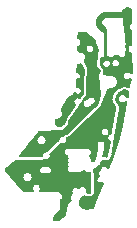
<source format=gbr>
G04 #@! TF.GenerationSoftware,KiCad,Pcbnew,7.0.10-7.0.10~ubuntu20.04.1*
G04 #@! TF.CreationDate,2024-01-02T22:15:02+00:00*
G04 #@! TF.ProjectId,yote,796f7465-2e6b-4696-9361-645f70636258,rev?*
G04 #@! TF.SameCoordinates,Original*
G04 #@! TF.FileFunction,Copper,L4,Inr*
G04 #@! TF.FilePolarity,Positive*
%FSLAX46Y46*%
G04 Gerber Fmt 4.6, Leading zero omitted, Abs format (unit mm)*
G04 Created by KiCad (PCBNEW 7.0.10-7.0.10~ubuntu20.04.1) date 2024-01-02 22:15:02*
%MOMM*%
%LPD*%
G01*
G04 APERTURE LIST*
G04 #@! TA.AperFunction,ComponentPad*
%ADD10C,1.000000*%
G04 #@! TD*
G04 #@! TA.AperFunction,ViaPad*
%ADD11C,0.300000*%
G04 #@! TD*
G04 #@! TA.AperFunction,ViaPad*
%ADD12C,0.500000*%
G04 #@! TD*
G04 #@! TA.AperFunction,Conductor*
%ADD13C,0.250000*%
G04 #@! TD*
G04 #@! TA.AperFunction,Conductor*
%ADD14C,0.500000*%
G04 #@! TD*
G04 #@! TA.AperFunction,Conductor*
%ADD15C,0.150000*%
G04 #@! TD*
G04 APERTURE END LIST*
D10*
X29820000Y36670000D03*
D11*
X27337428Y35276365D03*
X31775915Y41874085D03*
X30120000Y37520000D03*
D12*
X33260000Y52780000D03*
X30044500Y43320000D03*
D11*
X26192324Y37997353D03*
X31171290Y48571290D03*
D12*
X23480000Y39414500D03*
D11*
X31615934Y40554807D03*
X27946878Y37511099D03*
D12*
X29540000Y50690000D03*
X24790498Y40835000D03*
D11*
X31009501Y47822512D03*
X33045141Y45964859D03*
D12*
X27905500Y43454500D03*
D11*
X29170000Y48220000D03*
D13*
X27970000Y37930000D02*
X27970000Y39370000D01*
D14*
X30980000Y51700000D02*
X31390000Y51290000D01*
D13*
X31171290Y48571290D02*
X31171290Y48268710D01*
X27970000Y37930000D02*
X26259677Y37930000D01*
X30120000Y37520000D02*
X30120000Y37686940D01*
D14*
X25361683Y38420000D02*
X25176185Y38234502D01*
D13*
X31615934Y41714104D02*
X31775915Y41874085D01*
X28470000Y38770000D02*
X27970000Y39270000D01*
D14*
X28540000Y41680000D02*
X28540000Y41815500D01*
D13*
X27970000Y39370000D02*
X27970000Y41297033D01*
D15*
X31480000Y45360000D02*
X31480000Y44755500D01*
D13*
X28110000Y37790000D02*
X27970000Y37930000D01*
D14*
X31370000Y52520000D02*
X30980000Y52130000D01*
D13*
X31500000Y48900000D02*
X31171290Y48571290D01*
X30901503Y41958497D02*
X30044500Y42815500D01*
D14*
X26192324Y37997353D02*
X26192324Y38420000D01*
D13*
X28540000Y41680000D02*
X28370000Y41680000D01*
X27337428Y35276365D02*
X27346365Y35276365D01*
X31500000Y51180000D02*
X31500000Y48900000D01*
X31615934Y40554807D02*
X31615934Y41714104D01*
D15*
X32790000Y46670000D02*
X31480000Y45360000D01*
D13*
X27346365Y35276365D02*
X28110000Y36040000D01*
X31390000Y51290000D02*
X31500000Y51180000D01*
D14*
X31480000Y44755500D02*
X30044500Y43320000D01*
X25176185Y38234502D02*
X24659998Y38234502D01*
D15*
X32790000Y47940000D02*
X32790000Y46670000D01*
D13*
X28110000Y36040000D02*
X28110000Y37790000D01*
X31691503Y41958497D02*
X30901503Y41958497D01*
D14*
X33000000Y52520000D02*
X31370000Y52520000D01*
D13*
X33341757Y48491757D02*
X33341757Y52698243D01*
X29036940Y38770000D02*
X28470000Y38770000D01*
D14*
X30980000Y52130000D02*
X30980000Y51700000D01*
X28540000Y41815500D02*
X30044500Y43320000D01*
D13*
X31500000Y47940000D02*
X32790000Y47940000D01*
X31171290Y48268710D02*
X31500000Y47940000D01*
D14*
X26192324Y38420000D02*
X25361683Y38420000D01*
D13*
X33341757Y52698243D02*
X33260000Y52780000D01*
X31775915Y41874085D02*
X31691503Y41958497D01*
D14*
X33260000Y52780000D02*
X33000000Y52520000D01*
D13*
X27970000Y41297033D02*
X27987033Y41297033D01*
X31500000Y47940000D02*
X31530000Y47910000D01*
D14*
X30044500Y43320000D02*
X30020000Y43320000D01*
X24659998Y38234502D02*
X23480000Y39414500D01*
D13*
X30044500Y42815500D02*
X30044500Y43320000D01*
X32790000Y47940000D02*
X33341757Y48491757D01*
X26259677Y37930000D02*
X26192324Y37997353D01*
X27987033Y41297033D02*
X28370000Y41680000D01*
X27970000Y39270000D02*
X27970000Y39370000D01*
X30120000Y37686940D02*
X29036940Y38770000D01*
X28180000Y42505000D02*
X30795000Y45120000D01*
X30610000Y48222013D02*
X31009501Y47822512D01*
X30795000Y47608011D02*
X31009501Y47822512D01*
X25435000Y40835000D02*
X26084700Y41484700D01*
X26809700Y41484700D02*
X27830000Y42505000D01*
X29540000Y49710000D02*
X30610000Y48640000D01*
X24790498Y40835000D02*
X25435000Y40835000D01*
X26084700Y41484700D02*
X26809700Y41484700D01*
X27830000Y42505000D02*
X28180000Y42505000D01*
X29540000Y50690000D02*
X29540000Y49710000D01*
X30795000Y45120000D02*
X30795000Y47608011D01*
X30610000Y48640000D02*
X30610000Y48222013D01*
X30670000Y37220000D02*
X30390000Y36940000D01*
X31916474Y40166474D02*
X31916474Y40116474D01*
X32502272Y45655337D02*
X32502272Y45270117D01*
X31740000Y39940000D02*
X31310000Y39940000D01*
X33040000Y44732389D02*
X33040000Y44116812D01*
D15*
X30900000Y39494532D02*
X30900000Y39440000D01*
D13*
X33040000Y44116812D02*
X32818685Y43184310D01*
X30670000Y39300000D02*
X30670000Y37220000D01*
X32811794Y45964859D02*
X32502272Y45655337D01*
X30390000Y36940000D02*
X29700000Y36940000D01*
X31941776Y40191776D02*
X31916474Y40166474D01*
X31916474Y40116474D02*
X31740000Y39940000D01*
X31310000Y39940000D02*
X30670000Y39300000D01*
X32818685Y43184310D02*
X32470229Y41892134D01*
X33045141Y45964859D02*
X32811794Y45964859D01*
X32502272Y45270117D02*
X33040000Y44732389D01*
X32470229Y41892134D02*
X32082664Y40611071D01*
X32082664Y40611071D02*
X31941776Y40191776D01*
X29582484Y47807516D02*
X29582484Y45947643D01*
X28070000Y43619000D02*
X27905500Y43454500D01*
X29274841Y45640000D02*
X29013812Y45640000D01*
X29013812Y45640000D02*
X28070000Y44696188D01*
X29582484Y45947643D02*
X29274841Y45640000D01*
X29170000Y48220000D02*
X29582484Y47807516D01*
X28070000Y44696188D02*
X28070000Y43619000D01*
G04 #@! TA.AperFunction,Conductor*
G36*
X33423112Y49556985D02*
G01*
X33445698Y49531572D01*
X33508132Y49438132D01*
X33599262Y49377242D01*
X33599266Y49377240D01*
X33695409Y49358116D01*
X33757320Y49325731D01*
X33791894Y49265015D01*
X33795145Y49240724D01*
X33846295Y47740308D01*
X33845036Y47717965D01*
X33831195Y47624253D01*
X33801927Y47560809D01*
X33743004Y47523261D01*
X33673135Y47523529D01*
X33614502Y47561528D01*
X33605434Y47573465D01*
X33588624Y47598624D01*
X33497495Y47659515D01*
X33497490Y47659516D01*
X33390002Y47680897D01*
X33389998Y47680897D01*
X33282509Y47659516D01*
X33282508Y47659515D01*
X33282505Y47659515D01*
X33248537Y47636818D01*
X33191375Y47598624D01*
X33161972Y47554618D01*
X33130485Y47507495D01*
X33130485Y47507494D01*
X33130483Y47507490D01*
X33109103Y47400002D01*
X33109103Y47399997D01*
X33130483Y47292509D01*
X33130485Y47292505D01*
X33191375Y47201375D01*
X33282505Y47140485D01*
X33282509Y47140483D01*
X33389998Y47119103D01*
X33390000Y47119103D01*
X33390002Y47119103D01*
X33497490Y47140483D01*
X33497497Y47140486D01*
X33556064Y47179619D01*
X33622741Y47200497D01*
X33690121Y47182012D01*
X33736811Y47130033D01*
X33747987Y47061063D01*
X33747623Y47058400D01*
X33732552Y46956356D01*
X33731987Y46952870D01*
X33643683Y46453768D01*
X33612620Y46391183D01*
X33552652Y46355327D01*
X33488953Y46355739D01*
X33070000Y46470000D01*
X32731112Y46287522D01*
X32708730Y46279750D01*
X32708946Y46279159D01*
X32693720Y46273617D01*
X32676968Y46266678D01*
X32672106Y46264411D01*
X32641172Y46242750D01*
X32632050Y46236938D01*
X32621239Y46230697D01*
X32591726Y46213658D01*
X32583211Y46207883D01*
X32420000Y46120000D01*
X32420000Y46119999D01*
X32364449Y45990382D01*
X32338156Y45951547D01*
X32285990Y45899381D01*
X32278013Y45892071D01*
X32249079Y45867793D01*
X32230186Y45835071D01*
X32224376Y45825953D01*
X32202718Y45795021D01*
X32200469Y45790198D01*
X32193507Y45773392D01*
X32191683Y45768379D01*
X32185124Y45731189D01*
X32182784Y45720635D01*
X32173007Y45684146D01*
X32173007Y45684144D01*
X32176300Y45646518D01*
X32176772Y45635709D01*
X32176772Y45577920D01*
X32166746Y45529074D01*
X32119999Y45419999D01*
X32164520Y45318238D01*
X32174444Y45257730D01*
X32173007Y45241309D01*
X32182784Y45204820D01*
X32185124Y45194265D01*
X32191682Y45157077D01*
X32193501Y45152078D01*
X32200478Y45135234D01*
X32202718Y45130430D01*
X32224377Y45099498D01*
X32230186Y45090381D01*
X32233373Y45084862D01*
X32249078Y45057662D01*
X32249079Y45057660D01*
X32249081Y45057659D01*
X32273352Y45037292D01*
X32307245Y44992008D01*
X32454896Y44654522D01*
X32463733Y44585213D01*
X32463343Y44582914D01*
X32119998Y42669992D01*
X32096496Y42522264D01*
X32066523Y42459150D01*
X32007186Y42422260D01*
X31998236Y42420131D01*
X31958005Y42412129D01*
X31958004Y42412128D01*
X31958003Y42412128D01*
X31952765Y42408628D01*
X31886087Y42387752D01*
X31818707Y42406238D01*
X31772019Y42458219D01*
X31760844Y42527189D01*
X31762260Y42535924D01*
X31763279Y42541044D01*
X31776805Y42609048D01*
X31784660Y42648534D01*
X31784660Y42648537D01*
X31763279Y42756025D01*
X31763278Y42756025D01*
X31763278Y42756030D01*
X31702387Y42847159D01*
X31611258Y42908050D01*
X31611253Y42908051D01*
X31503765Y42929432D01*
X31503761Y42929432D01*
X31396272Y42908051D01*
X31396271Y42908050D01*
X31396268Y42908050D01*
X31341639Y42871548D01*
X31305138Y42847159D01*
X31279185Y42808317D01*
X31244248Y42756030D01*
X31244248Y42756029D01*
X31244246Y42756025D01*
X31222866Y42648537D01*
X31222866Y42648532D01*
X31244246Y42541044D01*
X31244248Y42541040D01*
X31305138Y42449910D01*
X31396268Y42389020D01*
X31396272Y42389018D01*
X31503761Y42367638D01*
X31503763Y42367638D01*
X31503765Y42367638D01*
X31611253Y42389018D01*
X31611261Y42389021D01*
X31616499Y42392521D01*
X31683177Y42413396D01*
X31750556Y42394909D01*
X31797244Y42342928D01*
X31808418Y42273957D01*
X31807002Y42265225D01*
X31784603Y42152616D01*
X31784603Y42152611D01*
X31805983Y42045123D01*
X31805985Y42045119D01*
X31866875Y41953990D01*
X31926663Y41914041D01*
X31971467Y41860428D01*
X31980231Y41791457D01*
X31849056Y40966929D01*
X31845283Y40950504D01*
X31773085Y40711859D01*
X31771940Y40708271D01*
X31755876Y40660462D01*
X31720272Y40554503D01*
X31680262Y40497227D01*
X31615635Y40470673D01*
X31602732Y40470000D01*
X31383528Y40470000D01*
X31316489Y40489685D01*
X31270734Y40542489D01*
X31260790Y40611647D01*
X31280425Y40662889D01*
X31317601Y40718526D01*
X31323215Y40746750D01*
X31338983Y40826018D01*
X31338983Y40826021D01*
X31336623Y40837884D01*
X31323772Y40902491D01*
X31329999Y40972080D01*
X31344487Y40994188D01*
X31342339Y40995624D01*
X31361731Y41024645D01*
X31410015Y41096907D01*
X31410016Y41096911D01*
X31431397Y41204399D01*
X31431397Y41204404D01*
X31410016Y41311895D01*
X31406766Y41316759D01*
X31385886Y41383436D01*
X31404369Y41450817D01*
X31406764Y41454544D01*
X31427784Y41486002D01*
X31427785Y41486006D01*
X31449166Y41593494D01*
X31449166Y41593499D01*
X31427785Y41700987D01*
X31427784Y41700987D01*
X31427784Y41700992D01*
X31366893Y41792121D01*
X31275764Y41853012D01*
X31275759Y41853013D01*
X31168271Y41874394D01*
X31168267Y41874394D01*
X31060778Y41853013D01*
X31060777Y41853012D01*
X31060774Y41853012D01*
X31035470Y41836104D01*
X30969644Y41792121D01*
X30938140Y41744971D01*
X30908754Y41700992D01*
X30908754Y41700991D01*
X30908752Y41700987D01*
X30887372Y41593499D01*
X30887372Y41593494D01*
X30908752Y41486004D01*
X30908754Y41486001D01*
X30912010Y41481128D01*
X30932882Y41414449D01*
X30914392Y41347070D01*
X30912005Y41343355D01*
X30890984Y41311895D01*
X30890983Y41311892D01*
X30869603Y41204404D01*
X30869603Y41204399D01*
X30884813Y41127932D01*
X30878586Y41058340D01*
X30864098Y41036234D01*
X30866247Y41034799D01*
X30798570Y40933515D01*
X30798569Y40933511D01*
X30777189Y40826023D01*
X30777189Y40826018D01*
X30799811Y40712287D01*
X30793584Y40642695D01*
X30781296Y40619206D01*
X30734589Y40549304D01*
X30734589Y40549303D01*
X30734587Y40549299D01*
X30713207Y40441811D01*
X30713207Y40441809D01*
X30715830Y40428624D01*
X30727643Y40369231D01*
X30721414Y40299639D01*
X30687772Y40256332D01*
X30689533Y40254572D01*
X30680898Y40245937D01*
X30652310Y40203151D01*
X30620007Y40154807D01*
X30620007Y40154806D01*
X30615332Y40143521D01*
X30612059Y40144876D01*
X30589302Y40101383D01*
X30528583Y40066816D01*
X30524272Y40065878D01*
X30512816Y40063599D01*
X30481365Y40057343D01*
X30411775Y40063570D01*
X30356597Y40106432D01*
X30333352Y40172321D01*
X30335557Y40203151D01*
X30340897Y40229997D01*
X30340897Y40230002D01*
X30319516Y40337490D01*
X30319515Y40337490D01*
X30319515Y40337495D01*
X30258624Y40428624D01*
X30238891Y40441809D01*
X30186378Y40476898D01*
X30141572Y40530510D01*
X30132865Y40599835D01*
X30163019Y40662862D01*
X30186378Y40683102D01*
X30258623Y40731374D01*
X30300164Y40793545D01*
X30319515Y40822505D01*
X30320214Y40826018D01*
X30340897Y40929997D01*
X30340897Y40930002D01*
X30319516Y41037490D01*
X30319515Y41037490D01*
X30319515Y41037495D01*
X30258624Y41128624D01*
X30167495Y41189515D01*
X30133832Y41196211D01*
X30060002Y41210897D01*
X30059998Y41210897D01*
X29952509Y41189516D01*
X29952508Y41189515D01*
X29952505Y41189515D01*
X29952376Y41189429D01*
X29952056Y41189329D01*
X29941225Y41184842D01*
X29940823Y41185811D01*
X29885702Y41168550D01*
X29818321Y41187033D01*
X29814651Y41189390D01*
X29767707Y41220758D01*
X29754958Y41223294D01*
X29660214Y41242140D01*
X29660210Y41242140D01*
X29552721Y41220759D01*
X29552720Y41220759D01*
X29552719Y41220758D01*
X29552717Y41220758D01*
X29519561Y41198603D01*
X29452887Y41177727D01*
X29385507Y41196211D01*
X29381813Y41198585D01*
X29356435Y41215543D01*
X29356430Y41215544D01*
X29248942Y41236925D01*
X29248938Y41236925D01*
X29141449Y41215544D01*
X29141445Y41215543D01*
X29084539Y41177519D01*
X29017864Y41156642D01*
X28950484Y41175126D01*
X28946806Y41177489D01*
X28910257Y41201912D01*
X28895286Y41204890D01*
X28802764Y41223294D01*
X28802760Y41223294D01*
X28695271Y41201913D01*
X28695270Y41201913D01*
X28695269Y41201912D01*
X28695267Y41201912D01*
X28658662Y41177453D01*
X28591989Y41156577D01*
X28524609Y41175061D01*
X28520922Y41177430D01*
X28479827Y41204890D01*
X28449628Y41210897D01*
X28372334Y41226272D01*
X28372330Y41226272D01*
X28264841Y41204891D01*
X28264840Y41204890D01*
X28264837Y41204890D01*
X28220195Y41175061D01*
X28173707Y41143999D01*
X28142242Y41096907D01*
X28112817Y41052870D01*
X28112817Y41052869D01*
X28112815Y41052865D01*
X28091435Y40945377D01*
X28091435Y40945372D01*
X28112815Y40837884D01*
X28112817Y40837880D01*
X28173707Y40746750D01*
X28264837Y40685860D01*
X28264841Y40685858D01*
X28280624Y40682719D01*
X28342535Y40650334D01*
X28377109Y40589618D01*
X28378049Y40585294D01*
X28400484Y40472504D01*
X28405159Y40461219D01*
X28403714Y40460620D01*
X28420436Y40407211D01*
X28404482Y40349061D01*
X28405159Y40348781D01*
X28402927Y40343392D01*
X28401950Y40339831D01*
X28400548Y40337649D01*
X28400484Y40337494D01*
X28379103Y40230002D01*
X28379103Y40229997D01*
X28400484Y40122505D01*
X28405159Y40111219D01*
X28403714Y40110620D01*
X28420436Y40057211D01*
X28404482Y39999061D01*
X28405159Y39998781D01*
X28402927Y39993392D01*
X28401950Y39989831D01*
X28400548Y39987649D01*
X28400484Y39987494D01*
X28379103Y39880002D01*
X28379103Y39879997D01*
X28400484Y39772505D01*
X28405159Y39761219D01*
X28403714Y39760620D01*
X28420436Y39707211D01*
X28404482Y39649061D01*
X28405159Y39648781D01*
X28402927Y39643392D01*
X28401950Y39639831D01*
X28400548Y39637649D01*
X28400484Y39637494D01*
X28379103Y39530002D01*
X28379103Y39529997D01*
X28400483Y39422509D01*
X28400485Y39422505D01*
X28461375Y39331375D01*
X28552505Y39270485D01*
X28552509Y39270483D01*
X28659998Y39249103D01*
X28660000Y39249103D01*
X28660002Y39249103D01*
X28767494Y39270484D01*
X28778781Y39275159D01*
X28779379Y39273714D01*
X28832789Y39290436D01*
X28890938Y39274482D01*
X28891219Y39275159D01*
X28896607Y39272927D01*
X28900169Y39271950D01*
X28902350Y39270548D01*
X28902505Y39270484D01*
X29009998Y39249103D01*
X29010000Y39249103D01*
X29010002Y39249103D01*
X29117493Y39270483D01*
X29128777Y39275158D01*
X29130032Y39272126D01*
X29177746Y39287064D01*
X29236514Y39270938D01*
X29236716Y39271425D01*
X29240587Y39269821D01*
X29245126Y39268576D01*
X29247902Y39266791D01*
X29247999Y39266750D01*
X29355490Y39245370D01*
X29355492Y39245370D01*
X29355494Y39245370D01*
X29462982Y39266750D01*
X29462985Y39266751D01*
X29462987Y39266752D01*
X29499586Y39291207D01*
X29554113Y39327640D01*
X29554116Y39327643D01*
X29554894Y39328807D01*
X29562458Y39340128D01*
X29616068Y39384933D01*
X29685393Y39393642D01*
X29689736Y39392858D01*
X29702071Y39390405D01*
X29726612Y39395286D01*
X29796203Y39389057D01*
X29851380Y39346193D01*
X29853900Y39342563D01*
X29861374Y39331377D01*
X29861375Y39331376D01*
X29952505Y39270484D01*
X29952509Y39270483D01*
X30059998Y39249103D01*
X30060000Y39249103D01*
X30060002Y39249103D01*
X30176735Y39272322D01*
X30246327Y39266095D01*
X30301504Y39223231D01*
X30324748Y39157341D01*
X30324872Y39154350D01*
X30344446Y38488837D01*
X30344500Y38485192D01*
X30344500Y37580129D01*
X30335631Y37534078D01*
X30301179Y37447947D01*
X30258004Y37393013D01*
X30191984Y37370142D01*
X30186048Y37370000D01*
X30099272Y37370000D01*
X30043818Y37383091D01*
X29942076Y37433962D01*
X29890917Y37481549D01*
X29873607Y37549241D01*
X29875913Y37569062D01*
X29896929Y37674717D01*
X29896929Y37674722D01*
X29875548Y37782210D01*
X29875547Y37782210D01*
X29875547Y37782215D01*
X29814656Y37873344D01*
X29723527Y37934235D01*
X29723522Y37934236D01*
X29616034Y37955617D01*
X29616030Y37955617D01*
X29508541Y37934236D01*
X29508540Y37934235D01*
X29508537Y37934235D01*
X29417408Y37873344D01*
X29384107Y37823506D01*
X29330496Y37778702D01*
X29261172Y37769995D01*
X29212115Y37789296D01*
X29203624Y37794969D01*
X29203624Y37794970D01*
X29112495Y37855861D01*
X29112490Y37855862D01*
X29005002Y37877243D01*
X29004998Y37877243D01*
X28897509Y37855862D01*
X28897508Y37855861D01*
X28897505Y37855861D01*
X28849086Y37823508D01*
X28806375Y37794970D01*
X28789688Y37769995D01*
X28745485Y37703841D01*
X28745485Y37703840D01*
X28745483Y37703836D01*
X28724103Y37596348D01*
X28724103Y37596343D01*
X28747867Y37476872D01*
X28746020Y37476504D01*
X28751881Y37421957D01*
X28720602Y37359479D01*
X28698744Y37340879D01*
X28682149Y37329790D01*
X28681875Y37329607D01*
X28661670Y37299369D01*
X28620985Y37238479D01*
X28620985Y37238478D01*
X28620983Y37238474D01*
X28599603Y37130986D01*
X28599603Y37130981D01*
X28620983Y37023493D01*
X28620984Y37023490D01*
X28656198Y36970789D01*
X28677075Y36904111D01*
X28658590Y36836731D01*
X28643118Y36816624D01*
X28400000Y36560000D01*
X28209108Y35557819D01*
X28177227Y35495647D01*
X28160790Y35481147D01*
X27698590Y35141038D01*
X27634609Y35117277D01*
X27191530Y35083194D01*
X27123182Y35097679D01*
X27073512Y35146818D01*
X27058293Y35215010D01*
X27061723Y35236893D01*
X27113001Y35442007D01*
X27138639Y35492028D01*
X27194308Y35557819D01*
X27670000Y36120000D01*
X27646380Y36804960D01*
X27663742Y36872636D01*
X27704479Y36910470D01*
X27702840Y36912924D01*
X27804124Y36980599D01*
X27832784Y37023493D01*
X27865015Y37071729D01*
X27875171Y37122785D01*
X27886397Y37179221D01*
X27886397Y37179226D01*
X27865016Y37286714D01*
X27865015Y37286714D01*
X27865015Y37286719D01*
X27804124Y37377848D01*
X27712995Y37438739D01*
X27712991Y37438739D01*
X27701709Y37443414D01*
X27702930Y37446362D01*
X27658365Y37469666D01*
X27623783Y37530377D01*
X27620529Y37554632D01*
X27620000Y37570000D01*
X26015111Y37543690D01*
X25947759Y37562273D01*
X25901145Y37614320D01*
X25890069Y37683306D01*
X25909977Y37736562D01*
X25948786Y37794643D01*
X25960963Y37855861D01*
X25970168Y37902135D01*
X25970168Y37902140D01*
X25948787Y38009628D01*
X25948786Y38009628D01*
X25948786Y38009633D01*
X25887895Y38100762D01*
X25796766Y38161653D01*
X25796761Y38161654D01*
X25689273Y38183035D01*
X25689269Y38183035D01*
X25581780Y38161654D01*
X25581779Y38161653D01*
X25581776Y38161653D01*
X25527147Y38125151D01*
X25490646Y38100762D01*
X25454145Y38046133D01*
X25429756Y38009633D01*
X25429756Y38009632D01*
X25429754Y38009628D01*
X25408374Y37902140D01*
X25408374Y37902135D01*
X25429754Y37794647D01*
X25429755Y37794644D01*
X25475581Y37726061D01*
X25496458Y37659384D01*
X25477973Y37592003D01*
X25425994Y37545314D01*
X25374513Y37533188D01*
X24646085Y37521247D01*
X24628742Y37520963D01*
X24561389Y37539546D01*
X24532053Y37564846D01*
X23466193Y38824499D01*
X24576929Y38824499D01*
X24594296Y38714843D01*
X24644702Y38615916D01*
X24644707Y38615909D01*
X24723205Y38537411D01*
X24723212Y38537406D01*
X24822139Y38487000D01*
X24931796Y38469633D01*
X24931798Y38469633D01*
X24931800Y38469633D01*
X25041456Y38487000D01*
X25140383Y38537406D01*
X25140385Y38537407D01*
X25140386Y38537408D01*
X25140390Y38537411D01*
X25218888Y38615909D01*
X25218890Y38615912D01*
X25218893Y38615915D01*
X25269298Y38714841D01*
X25269299Y38714843D01*
X25286667Y38824499D01*
X25286667Y38824504D01*
X25269299Y38934160D01*
X25269298Y38934161D01*
X25269298Y38934163D01*
X25218893Y39033089D01*
X25140385Y39111597D01*
X25041459Y39162002D01*
X25041457Y39162002D01*
X25041456Y39162003D01*
X24931800Y39179371D01*
X24931796Y39179371D01*
X24822139Y39162003D01*
X24822137Y39162002D01*
X24723211Y39111597D01*
X24723208Y39111594D01*
X24723205Y39111592D01*
X24644707Y39033094D01*
X24644702Y39033087D01*
X24594296Y38934160D01*
X24576929Y38824504D01*
X24576929Y38824499D01*
X23466193Y38824499D01*
X23033989Y39335285D01*
X23005715Y39399171D01*
X23008959Y39419997D01*
X25989103Y39419997D01*
X26010483Y39312509D01*
X26010485Y39312505D01*
X26071375Y39221375D01*
X26162505Y39160485D01*
X26162509Y39160483D01*
X26269998Y39139103D01*
X26270000Y39139103D01*
X26270002Y39139103D01*
X26377492Y39160483D01*
X26377492Y39160484D01*
X26377495Y39160485D01*
X26393795Y39171376D01*
X26460472Y39192253D01*
X26527852Y39173768D01*
X26531572Y39171377D01*
X26550503Y39158728D01*
X26550505Y39158727D01*
X26657998Y39137346D01*
X26658000Y39137346D01*
X26658002Y39137346D01*
X26765490Y39158726D01*
X26765493Y39158727D01*
X26765495Y39158728D01*
X26801995Y39183117D01*
X26856624Y39219618D01*
X26881013Y39256119D01*
X26917515Y39310748D01*
X26917516Y39310752D01*
X26938897Y39418240D01*
X26938897Y39418245D01*
X26917516Y39525733D01*
X26917515Y39525733D01*
X26917515Y39525738D01*
X26856624Y39616867D01*
X26765495Y39677758D01*
X26756657Y39679516D01*
X26658002Y39699140D01*
X26657998Y39699140D01*
X26550507Y39677759D01*
X26550506Y39677758D01*
X26550505Y39677758D01*
X26534206Y39666867D01*
X26467528Y39645989D01*
X26400148Y39664474D01*
X26396440Y39666855D01*
X26377495Y39679515D01*
X26377491Y39679515D01*
X26377491Y39679516D01*
X26377493Y39679516D01*
X26270002Y39700897D01*
X26269998Y39700897D01*
X26162509Y39679516D01*
X26162508Y39679515D01*
X26162505Y39679515D01*
X26116928Y39649061D01*
X26071375Y39618624D01*
X26043835Y39577406D01*
X26010485Y39527495D01*
X26010485Y39527494D01*
X26010483Y39527490D01*
X25989103Y39420002D01*
X25989103Y39419997D01*
X23008959Y39419997D01*
X23016470Y39468208D01*
X23034179Y39495693D01*
X23153117Y39635594D01*
X23162747Y39645708D01*
X23182749Y39664474D01*
X23458891Y39923552D01*
X23458909Y39923571D01*
X23459063Y39923715D01*
X23464033Y39928133D01*
X23680736Y40110620D01*
X23835383Y40240849D01*
X23899342Y40268975D01*
X23915256Y40270000D01*
X26170000Y40270000D01*
X26261122Y40353683D01*
X26323814Y40384530D01*
X26393230Y40376587D01*
X26413877Y40365461D01*
X26414585Y40364987D01*
X26414594Y40364983D01*
X26522085Y40343603D01*
X26522087Y40343603D01*
X26522089Y40343603D01*
X26629577Y40364983D01*
X26629580Y40364984D01*
X26629582Y40364985D01*
X26666082Y40389374D01*
X26720711Y40425875D01*
X26754803Y40476898D01*
X26781602Y40517005D01*
X26781603Y40517009D01*
X26802984Y40624497D01*
X26802984Y40624502D01*
X26779220Y40743974D01*
X26782667Y40744659D01*
X26777409Y40793545D01*
X26808679Y40856027D01*
X26815566Y40862867D01*
X26888669Y40930002D01*
X27684572Y41660933D01*
X27747262Y41691780D01*
X27803931Y41685493D01*
X27804124Y41686462D01*
X27815380Y41684222D01*
X27815894Y41684166D01*
X27816103Y41684079D01*
X27923595Y41662698D01*
X27923597Y41662698D01*
X27923599Y41662698D01*
X28031087Y41684078D01*
X28031090Y41684079D01*
X28031092Y41684080D01*
X28076973Y41714737D01*
X28122221Y41744970D01*
X28153726Y41792121D01*
X28183112Y41836100D01*
X28194450Y41893099D01*
X28204494Y41943592D01*
X28204494Y41943597D01*
X28185328Y42039952D01*
X28191555Y42109544D01*
X28223067Y42155469D01*
X28232239Y42163893D01*
X28283408Y42189165D01*
X28282850Y42190701D01*
X28298055Y42196235D01*
X28314861Y42203197D01*
X28319684Y42205446D01*
X28350616Y42227104D01*
X28359734Y42232914D01*
X28362509Y42234516D01*
X28392455Y42251806D01*
X28416737Y42280744D01*
X28424044Y42288718D01*
X29050874Y42915548D01*
X29054681Y42919197D01*
X31069999Y44769998D01*
X31070000Y44770000D01*
X31646121Y46176126D01*
X31689752Y46230697D01*
X31690051Y46230905D01*
X31873924Y46358816D01*
X31940198Y46380941D01*
X31962361Y46379765D01*
X31964191Y46379502D01*
X31964197Y46379501D01*
X31964202Y46379501D01*
X31964208Y46379501D01*
X32035798Y46379501D01*
X32035800Y46379501D01*
X32062612Y46383356D01*
X32142457Y46394835D01*
X32273372Y46454623D01*
X32273374Y46454624D01*
X32382144Y46548873D01*
X32459954Y46669948D01*
X32500501Y46808040D01*
X32500501Y46951962D01*
X32459954Y47090054D01*
X32382144Y47211129D01*
X32273374Y47305378D01*
X32142458Y47365166D01*
X32035800Y47380501D01*
X31964202Y47380501D01*
X31857544Y47365166D01*
X31857542Y47365165D01*
X31810876Y47343853D01*
X31741718Y47333909D01*
X31726089Y47337196D01*
X31372539Y47435752D01*
X31313252Y47472713D01*
X31283356Y47535864D01*
X31292349Y47605153D01*
X31295355Y47611491D01*
X31296594Y47613923D01*
X31296596Y47613925D01*
X31347001Y47712851D01*
X31358122Y47783065D01*
X31364370Y47822509D01*
X31364370Y47822514D01*
X31347002Y47932168D01*
X31347001Y47932168D01*
X31347001Y47932173D01*
X31297623Y48029082D01*
X31285499Y48093637D01*
X31269748Y48091085D01*
X31228015Y48107591D01*
X31226785Y48105176D01*
X31215069Y48111144D01*
X31172264Y48132954D01*
X31121469Y48180926D01*
X31104903Y48234214D01*
X31091211Y48417917D01*
X31348603Y48417917D01*
X31369983Y48310429D01*
X31369986Y48310422D01*
X31388304Y48283008D01*
X31409182Y48216331D01*
X31405899Y48204365D01*
X31437916Y48205738D01*
X31476999Y48188477D01*
X31522006Y48158404D01*
X31522009Y48158403D01*
X31629498Y48137023D01*
X31629500Y48137023D01*
X31629502Y48137023D01*
X31736990Y48158403D01*
X31736993Y48158404D01*
X31736995Y48158405D01*
X31789078Y48193206D01*
X31828124Y48219295D01*
X31870695Y48283008D01*
X31889015Y48310425D01*
X31889016Y48310429D01*
X31898961Y48360424D01*
X31931345Y48422335D01*
X31957167Y48437039D01*
X31948040Y48443621D01*
X32075073Y48443621D01*
X32118503Y48412304D01*
X32142195Y48360426D01*
X32143224Y48355249D01*
X32143226Y48355246D01*
X32204116Y48264116D01*
X32295246Y48203226D01*
X32295250Y48203224D01*
X32402739Y48181844D01*
X32402741Y48181844D01*
X32402743Y48181844D01*
X32510231Y48203224D01*
X32510234Y48203225D01*
X32510236Y48203226D01*
X32546736Y48227615D01*
X32601365Y48264116D01*
X32653064Y48341490D01*
X32662256Y48355246D01*
X32663286Y48360424D01*
X32683638Y48462738D01*
X32683638Y48462743D01*
X32662257Y48570231D01*
X32662256Y48570231D01*
X32662256Y48570236D01*
X32601365Y48661365D01*
X32510236Y48722256D01*
X32510231Y48722257D01*
X32402743Y48743638D01*
X32402739Y48743638D01*
X32295250Y48722257D01*
X32295249Y48722256D01*
X32295246Y48722256D01*
X32250571Y48692405D01*
X32204116Y48661365D01*
X32180343Y48625785D01*
X32143226Y48570236D01*
X32143226Y48570235D01*
X32143224Y48570231D01*
X32133279Y48520235D01*
X32100893Y48458324D01*
X32075073Y48443621D01*
X31948040Y48443621D01*
X31913736Y48468358D01*
X31890044Y48520238D01*
X31889015Y48525415D01*
X31828124Y48616544D01*
X31736995Y48677435D01*
X31736990Y48677436D01*
X31629502Y48698817D01*
X31629498Y48698817D01*
X31522009Y48677436D01*
X31522008Y48677435D01*
X31522005Y48677435D01*
X31468973Y48642000D01*
X31430875Y48616544D01*
X31403029Y48574869D01*
X31369985Y48525415D01*
X31369985Y48525414D01*
X31369983Y48525410D01*
X31348603Y48417922D01*
X31348603Y48417917D01*
X31091211Y48417917D01*
X31059240Y48846862D01*
X31073886Y48915176D01*
X31123143Y48964729D01*
X31187787Y48978994D01*
X31187787Y48979103D01*
X31188280Y48979103D01*
X31191371Y48979785D01*
X31196497Y48979103D01*
X31200000Y48979103D01*
X31200002Y48979103D01*
X31307490Y49000483D01*
X31307493Y49000484D01*
X31307495Y49000485D01*
X31368691Y49041375D01*
X31398621Y49061373D01*
X31407257Y49070010D01*
X31408422Y49068844D01*
X31451145Y49104551D01*
X31497977Y49114827D01*
X31693893Y49119031D01*
X31761339Y49100790D01*
X31799651Y49063957D01*
X31801375Y49061376D01*
X31892505Y49000484D01*
X31892509Y49000483D01*
X31999998Y48979103D01*
X32000000Y48979103D01*
X32000002Y48979103D01*
X32107490Y49000483D01*
X32107493Y49000484D01*
X32107495Y49000485D01*
X32168691Y49041375D01*
X32198624Y49061375D01*
X32211006Y49079906D01*
X32264619Y49124711D01*
X32308256Y49134877D01*
X32578638Y49147651D01*
X32646532Y49131152D01*
X32687591Y49092681D01*
X32721872Y49041376D01*
X32813003Y48980485D01*
X32813007Y48980483D01*
X32920496Y48959103D01*
X32920498Y48959103D01*
X32920500Y48959103D01*
X33027988Y48980483D01*
X33027991Y48980484D01*
X33027993Y48980485D01*
X33064493Y49004874D01*
X33119122Y49041375D01*
X33153403Y49092681D01*
X33180013Y49132505D01*
X33197300Y49219413D01*
X33219520Y49269358D01*
X33219997Y49269999D01*
X33220000Y49270000D01*
X33218600Y49461779D01*
X33237794Y49528957D01*
X33290262Y49575096D01*
X33359346Y49585544D01*
X33423112Y49556985D01*
G37*
G04 #@! TD.AperFunction*
G04 #@! TA.AperFunction,Conductor*
G36*
X33448738Y53228490D02*
G01*
X33664752Y53149386D01*
X33720934Y53107849D01*
X33745741Y53042532D01*
X33746102Y53034548D01*
X33761522Y51839444D01*
X33742704Y51772156D01*
X33706423Y51734742D01*
X33670446Y51710703D01*
X33633945Y51656074D01*
X33609556Y51619574D01*
X33609556Y51619573D01*
X33609554Y51619569D01*
X33588174Y51512081D01*
X33588174Y51512076D01*
X33609554Y51404588D01*
X33609556Y51404584D01*
X33670447Y51313453D01*
X33714904Y51283748D01*
X33759709Y51230135D01*
X33770002Y51182247D01*
X33784786Y50036541D01*
X33765968Y49969253D01*
X33713759Y49922821D01*
X33684992Y49913324D01*
X33599262Y49896272D01*
X33563425Y49872326D01*
X33508132Y49835381D01*
X33443184Y49738179D01*
X33389572Y49693374D01*
X33320247Y49684667D01*
X33257219Y49714822D01*
X33220500Y49774265D01*
X33216086Y49806154D01*
X33215348Y49907237D01*
X33221817Y49940387D01*
X33221124Y49940526D01*
X33244889Y50059999D01*
X33244889Y50060000D01*
X33228582Y50141981D01*
X33223507Y50167495D01*
X33223506Y50167497D01*
X33222528Y50169859D01*
X33213091Y50216403D01*
X33210000Y50640000D01*
X33210000Y50640006D01*
X33050002Y51939983D01*
X33050000Y51940000D01*
X32902937Y52840758D01*
X32911562Y52910091D01*
X32956304Y52963756D01*
X32957012Y52964227D01*
X33337793Y53215543D01*
X33404588Y53236043D01*
X33448738Y53228490D01*
G37*
G04 #@! TD.AperFunction*
G04 #@! TA.AperFunction,Conductor*
G36*
X32078954Y40472488D02*
G01*
X32119483Y40415574D01*
X32122808Y40345783D01*
X32120105Y40336304D01*
X31900331Y39667545D01*
X31899181Y39664206D01*
X31863276Y39564607D01*
X31822022Y39508216D01*
X31756831Y39483080D01*
X31688398Y39497179D01*
X31638452Y39546038D01*
X31632943Y39557392D01*
X31632606Y39557897D01*
X31582766Y39632488D01*
X31518407Y39675491D01*
X31508177Y39682327D01*
X31508176Y39682327D01*
X31508175Y39682328D01*
X31420189Y39699829D01*
X31332203Y39682328D01*
X31332202Y39682327D01*
X31332200Y39682327D01*
X31307558Y39665861D01*
X31257612Y39632488D01*
X31247922Y39617986D01*
X31207772Y39557899D01*
X31202223Y39530000D01*
X31190437Y39470743D01*
X31190271Y39469909D01*
X31190831Y39467095D01*
X31190271Y39460838D01*
X31190271Y39457698D01*
X31189990Y39457698D01*
X31184602Y39397503D01*
X31141738Y39342327D01*
X31138120Y39339815D01*
X31067423Y39292577D01*
X31067422Y39292576D01*
X31017583Y39217988D01*
X31000082Y39130000D01*
X31017583Y39042012D01*
X31054462Y38986819D01*
X31075339Y38920141D01*
X31056854Y38852761D01*
X31004875Y38806072D01*
X30998807Y38803366D01*
X30996514Y38802416D01*
X30992683Y38799856D01*
X30921925Y38752577D01*
X30912325Y38738209D01*
X30872085Y38677988D01*
X30854584Y38590000D01*
X30872085Y38502011D01*
X30921925Y38427423D01*
X30996513Y38377583D01*
X31084502Y38360082D01*
X31172490Y38377583D01*
X31195137Y38392716D01*
X31261815Y38413594D01*
X31329195Y38395110D01*
X31375885Y38343131D01*
X31387061Y38274161D01*
X31379435Y38244257D01*
X31016419Y37320586D01*
X31015081Y37317318D01*
X30532332Y36184837D01*
X30487935Y36130886D01*
X30457478Y36115826D01*
X30330597Y36073532D01*
X30308938Y36068419D01*
X29995039Y36023577D01*
X29945558Y36026517D01*
X29627177Y36111419D01*
X29571451Y36143548D01*
X29348702Y36366297D01*
X29315219Y36427618D01*
X29313830Y36435104D01*
X29274558Y36690371D01*
X29279479Y36748437D01*
X29358420Y36985260D01*
X29398294Y37042635D01*
X29398595Y37042876D01*
X29550625Y37164500D01*
X29596441Y37201153D01*
X29649585Y37225917D01*
X29785772Y37253154D01*
X29855370Y37246999D01*
X29865543Y37242471D01*
X29951907Y37199289D01*
X29951914Y37199286D01*
X29996602Y37183088D01*
X30052049Y37169998D01*
X30052057Y37169997D01*
X30099270Y37164500D01*
X30099272Y37164500D01*
X30186048Y37164500D01*
X30190933Y37164558D01*
X30196903Y37164701D01*
X30259248Y37175962D01*
X30259254Y37175964D01*
X30303265Y37191211D01*
X30325272Y37198835D01*
X30336874Y37203668D01*
X30348478Y37208501D01*
X30403663Y37253154D01*
X30419574Y37266028D01*
X30419575Y37266030D01*
X30419578Y37266032D01*
X30462746Y37320958D01*
X30462755Y37320971D01*
X30491974Y37371614D01*
X30491976Y37371618D01*
X30491981Y37371627D01*
X30526433Y37457758D01*
X30537423Y37495215D01*
X30546292Y37541266D01*
X30548661Y37566097D01*
X30550000Y37580122D01*
X30550000Y38485249D01*
X30549978Y38488108D01*
X30549977Y38488112D01*
X30549977Y38488236D01*
X30549923Y38491881D01*
X30549857Y38494879D01*
X30530283Y39160392D01*
X30530196Y39162862D01*
X30530072Y39165853D01*
X30518543Y39225706D01*
X30495299Y39291596D01*
X30485502Y39314745D01*
X30485500Y39314746D01*
X30482045Y39322913D01*
X30484093Y39323779D01*
X30469424Y39379451D01*
X30490976Y39445914D01*
X30501804Y39459593D01*
X30575877Y39540721D01*
X30635616Y39576956D01*
X30643257Y39578729D01*
X30669596Y39583968D01*
X30669599Y39583969D01*
X30669601Y39583970D01*
X30744192Y39633810D01*
X30788304Y39699828D01*
X30794031Y39708399D01*
X30794032Y39708401D01*
X30796918Y39722914D01*
X30829302Y39784824D01*
X30890017Y39819400D01*
X30894344Y39820341D01*
X30967508Y39834894D01*
X31019310Y39869508D01*
X31042099Y39884735D01*
X31082159Y39944689D01*
X31091938Y39959324D01*
X31091939Y39959326D01*
X31109440Y40047312D01*
X31108968Y40049684D01*
X31109440Y40054961D01*
X31109440Y40059525D01*
X31109848Y40059525D01*
X31115192Y40119276D01*
X31139012Y40157489D01*
X31209641Y40234845D01*
X31269380Y40271080D01*
X31321075Y40272263D01*
X31321247Y40273456D01*
X31325624Y40272826D01*
X31325630Y40272825D01*
X31383528Y40264500D01*
X31513078Y40264500D01*
X31555487Y40257022D01*
X31562948Y40254307D01*
X31668917Y40254307D01*
X31668920Y40254307D01*
X31696926Y40264500D01*
X31768500Y40290549D01*
X31768502Y40290550D01*
X31842734Y40352839D01*
X31849682Y40358669D01*
X31894916Y40437017D01*
X31945482Y40485232D01*
X32014089Y40498456D01*
X32078954Y40472488D01*
G37*
G04 #@! TD.AperFunction*
G04 #@! TA.AperFunction,Conductor*
G36*
X33142932Y46237103D02*
G01*
X33434877Y46157481D01*
X33434875Y46157481D01*
X33434881Y46157480D01*
X33434882Y46157480D01*
X33459852Y46154053D01*
X33523593Y46125438D01*
X33561744Y46066903D01*
X33565098Y46009602D01*
X33514111Y45721415D01*
X33513446Y45717947D01*
X33488057Y45594969D01*
X33455224Y45533294D01*
X33394260Y45499160D01*
X33324519Y45503405D01*
X33268145Y45544681D01*
X33259231Y45558040D01*
X33214389Y45635709D01*
X33201020Y45658865D01*
X33119840Y45726983D01*
X33119838Y45726984D01*
X33098780Y45734648D01*
X33020258Y45763227D01*
X32914286Y45763227D01*
X32865009Y45745292D01*
X32814705Y45726984D01*
X32814703Y45726983D01*
X32777180Y45695497D01*
X32733524Y45658865D01*
X32733522Y45658862D01*
X32733521Y45658861D01*
X32680540Y45567095D01*
X32680538Y45567089D01*
X32662136Y45462727D01*
X32662136Y45462726D01*
X32680538Y45358364D01*
X32680540Y45358358D01*
X32733521Y45266592D01*
X32733526Y45266587D01*
X32814703Y45198470D01*
X32814705Y45198469D01*
X32914283Y45162228D01*
X32914286Y45162227D01*
X32914289Y45162227D01*
X33020255Y45162227D01*
X33020258Y45162227D01*
X33037805Y45168613D01*
X33119838Y45198469D01*
X33119840Y45198470D01*
X33192928Y45259799D01*
X33256936Y45287812D01*
X33325928Y45276773D01*
X33378000Y45230186D01*
X33396618Y45162843D01*
X33394073Y45139738D01*
X33260603Y44493249D01*
X33259840Y44489802D01*
X32972220Y43272780D01*
X32971359Y43269355D01*
X32649204Y42061024D01*
X32648246Y42057628D01*
X32293553Y40864811D01*
X32291804Y40858930D01*
X32290756Y40855582D01*
X32281378Y40827044D01*
X32241747Y40769502D01*
X32177297Y40742520D01*
X32108491Y40754665D01*
X32057174Y40802081D01*
X32039639Y40869715D01*
X32043737Y40897611D01*
X32045569Y40904505D01*
X32049336Y40920905D01*
X32049340Y40920922D01*
X32052004Y40934642D01*
X32183179Y41759170D01*
X32184092Y41817361D01*
X32176980Y41873326D01*
X32188057Y41942309D01*
X32220747Y41980090D01*
X32219439Y41981399D01*
X32228077Y41990037D01*
X32277916Y42064625D01*
X32277917Y42064628D01*
X32295418Y42152614D01*
X32277917Y42240600D01*
X32265758Y42258796D01*
X32244880Y42325472D01*
X32256849Y42380880D01*
X32282127Y42434108D01*
X32299444Y42489977D01*
X32322435Y42634495D01*
X32322840Y42636888D01*
X32412218Y43134851D01*
X32665611Y44546610D01*
X32665948Y44548544D01*
X32666338Y44550843D01*
X32667583Y44611204D01*
X32658746Y44680513D01*
X32643166Y44736891D01*
X32495515Y45074377D01*
X32471767Y45115145D01*
X32437874Y45160429D01*
X32419399Y45179959D01*
X32404346Y45199710D01*
X32404239Y45199642D01*
X32402408Y45202515D01*
X32400947Y45204807D01*
X32384447Y45244632D01*
X32383413Y45249299D01*
X32381282Y45258006D01*
X32380960Y45259323D01*
X32383675Y45259987D01*
X32377492Y45284139D01*
X32377235Y45290990D01*
X32367311Y45351498D01*
X32357645Y45384184D01*
X32357514Y45454052D01*
X32358215Y45456372D01*
X32368049Y45487755D01*
X32378075Y45536601D01*
X32382272Y45577920D01*
X32382272Y45635709D01*
X32382076Y45644674D01*
X32381910Y45648461D01*
X32398647Y45716295D01*
X32422010Y45745292D01*
X32424814Y45747862D01*
X32426023Y45749019D01*
X32431300Y45754071D01*
X32440456Y45763227D01*
X32483459Y45806229D01*
X32483466Y45806237D01*
X32508323Y45836337D01*
X32534616Y45875172D01*
X32553333Y45909431D01*
X32563556Y45933284D01*
X32608057Y45987149D01*
X32618741Y45993616D01*
X32680624Y46026938D01*
X32680657Y46026957D01*
X32698594Y46037831D01*
X32699848Y46038635D01*
X32704775Y46041635D01*
X32734773Y46058954D01*
X32742477Y46063629D01*
X32751618Y46069453D01*
X32759035Y46074409D01*
X32759541Y46074763D01*
X32759687Y46074844D01*
X32760173Y46075169D01*
X32760199Y46075129D01*
X32776410Y46084159D01*
X32776216Y46084551D01*
X32776510Y46084697D01*
X32780025Y46086173D01*
X32781743Y46087130D01*
X32782444Y46087431D01*
X32782532Y46087225D01*
X32790983Y46090775D01*
X32798520Y46093392D01*
X32803047Y46095381D01*
X32828539Y46106585D01*
X32828547Y46106589D01*
X32828557Y46106594D01*
X33051517Y46226650D01*
X33119875Y46241102D01*
X33142932Y46237103D01*
G37*
G04 #@! TD.AperFunction*
G04 #@! TA.AperFunction,Conductor*
G36*
X29493658Y48443578D02*
G01*
X29550291Y48402657D01*
X29560891Y48386536D01*
X29745392Y48051786D01*
X29760677Y47986545D01*
X29702796Y46655273D01*
X29702649Y46650794D01*
X29702531Y46645368D01*
X29702484Y46640936D01*
X29702484Y45967291D01*
X29702679Y45958319D01*
X29702896Y45953352D01*
X29700076Y45921127D01*
X29699001Y45916278D01*
X29697254Y45907489D01*
X29696257Y45901838D01*
X29691126Y45882263D01*
X29688552Y45874941D01*
X29675013Y45847688D01*
X29454572Y45514198D01*
X29449911Y45506814D01*
X29444551Y45497911D01*
X29442294Y45493353D01*
X29441313Y45493838D01*
X29401568Y45443007D01*
X29335605Y45419971D01*
X29267659Y45436255D01*
X29260486Y45440700D01*
X29227986Y45462417D01*
X29140000Y45479918D01*
X29052014Y45462417D01*
X29052013Y45462416D01*
X29052011Y45462416D01*
X29014632Y45437439D01*
X28977423Y45412577D01*
X28974643Y45408416D01*
X28927583Y45337988D01*
X28910082Y45250000D01*
X28927583Y45162011D01*
X28977423Y45087422D01*
X28977424Y45087421D01*
X28991697Y45077884D01*
X29036500Y45024270D01*
X29045205Y44954945D01*
X29015249Y44892144D01*
X28914998Y44779999D01*
X28785448Y44504287D01*
X28776666Y44488647D01*
X28225963Y43655533D01*
X28206408Y43618073D01*
X28202554Y43608371D01*
X28191483Y43586886D01*
X28191192Y43586436D01*
X28191189Y43586430D01*
X28188105Y43577954D01*
X28186142Y43572908D01*
X28184984Y43570111D01*
X28184716Y43569464D01*
X28184196Y43568281D01*
X28184202Y43568279D01*
X28183179Y43565861D01*
X28182168Y43563315D01*
X28171375Y43537252D01*
X28171444Y43536591D01*
X28168328Y43523620D01*
X28162262Y43503259D01*
X28162259Y43503251D01*
X28155799Y43473832D01*
X28145531Y43402413D01*
X28135587Y43368550D01*
X28121133Y43336898D01*
X28102052Y43307208D01*
X28079263Y43280908D01*
X28052590Y43257796D01*
X27988502Y43216609D01*
X27977150Y43213275D01*
X27963654Y43201882D01*
X27959251Y43198630D01*
X27952831Y43192746D01*
X27907807Y43154737D01*
X27901247Y43149199D01*
X27862383Y43105500D01*
X27862377Y43105492D01*
X27842632Y43075622D01*
X27789242Y43030551D01*
X27739189Y43020000D01*
X27614894Y43020000D01*
X27547855Y43039685D01*
X27535519Y43048733D01*
X27314615Y43232820D01*
X27275718Y43290858D01*
X27270000Y43328078D01*
X27270000Y43635500D01*
X27289685Y43702539D01*
X27342489Y43748294D01*
X27394000Y43759500D01*
X27433767Y43759500D01*
X27534286Y43774651D01*
X27534287Y43774652D01*
X27593209Y43803027D01*
X27656641Y43833574D01*
X27702398Y43876030D01*
X27756194Y43925945D01*
X27824096Y44043555D01*
X27854315Y44175954D01*
X27844166Y44311378D01*
X27794552Y44437794D01*
X27765917Y44473699D01*
X27739510Y44538383D01*
X27752265Y44607079D01*
X27753892Y44610179D01*
X27798601Y44692428D01*
X27801540Y44697536D01*
X27851630Y44780000D01*
X28202044Y45356902D01*
X28220903Y45380764D01*
X28527218Y45683177D01*
X28588751Y45716267D01*
X28590058Y45716535D01*
X28630806Y45724640D01*
X28660656Y45730577D01*
X28710381Y45763803D01*
X28735245Y45780417D01*
X28785085Y45855008D01*
X28798143Y45920661D01*
X28830528Y45982571D01*
X28832640Y45984708D01*
X28840228Y45992200D01*
X28901763Y46025294D01*
X28971421Y46019866D01*
X29027087Y45977639D01*
X29030450Y45972855D01*
X29054907Y45936254D01*
X29129495Y45886414D01*
X29217484Y45868913D01*
X29305472Y45886414D01*
X29365900Y45926792D01*
X29380061Y45936254D01*
X29417443Y45992200D01*
X29429900Y46010842D01*
X29432775Y46025294D01*
X29447402Y46098831D01*
X29429901Y46186817D01*
X29380061Y46261408D01*
X29317987Y46302884D01*
X29305472Y46311247D01*
X29305471Y46311247D01*
X29305470Y46311248D01*
X29217484Y46328749D01*
X29187802Y46322845D01*
X29156495Y46316618D01*
X29086904Y46322845D01*
X29031726Y46365708D01*
X29008482Y46431598D01*
X29008429Y46443802D01*
X29019743Y46695541D01*
X29022726Y46717557D01*
X29024094Y46723552D01*
X29024096Y46723555D01*
X29054315Y46855954D01*
X29044166Y46991378D01*
X29044070Y46991620D01*
X29044045Y46991906D01*
X29042098Y47000438D01*
X29043264Y47000704D01*
X29037893Y47061214D01*
X29070322Y47123102D01*
X29131062Y47157633D01*
X29135302Y47158553D01*
X29233486Y47178082D01*
X29278199Y47207959D01*
X29308077Y47227923D01*
X29342806Y47279898D01*
X29357916Y47302511D01*
X29357917Y47302514D01*
X29375418Y47390500D01*
X29357917Y47478486D01*
X29308077Y47553077D01*
X29233486Y47602917D01*
X29166520Y47616236D01*
X29104612Y47648619D01*
X29070037Y47709334D01*
X29066838Y47743412D01*
X29090790Y48276338D01*
X29113465Y48342425D01*
X29168270Y48385762D01*
X29186264Y48391473D01*
X29423892Y48447385D01*
X29493658Y48443578D01*
G37*
G04 #@! TD.AperFunction*
G04 #@! TA.AperFunction,Conductor*
G36*
X29846560Y51100315D02*
G01*
X29852683Y51096116D01*
X30683510Y50488973D01*
X30726023Y50433526D01*
X30731965Y50364666D01*
X30719103Y50300000D01*
X30719103Y50299998D01*
X30719103Y50299997D01*
X30740483Y50192509D01*
X30740484Y50192505D01*
X30801376Y50101375D01*
X30810010Y50092742D01*
X30808954Y50091686D01*
X30845004Y50048543D01*
X30850533Y50033129D01*
X30994919Y49527781D01*
X30994409Y49457913D01*
X30978793Y49424827D01*
X30953542Y49387037D01*
X30940484Y49367494D01*
X30940483Y49367490D01*
X30919103Y49260002D01*
X30919103Y49260000D01*
X30922556Y49242641D01*
X30941256Y49148627D01*
X30935027Y49079036D01*
X30912762Y49042559D01*
X30911543Y49041173D01*
X30911542Y49041171D01*
X30882839Y48979497D01*
X30872952Y48958254D01*
X30872951Y48958252D01*
X30858306Y48889941D01*
X30854307Y48831589D01*
X30858905Y48769900D01*
X30845734Y48704392D01*
X30833788Y48680947D01*
X30816421Y48571292D01*
X30816421Y48571287D01*
X30833789Y48461628D01*
X30836805Y48452347D01*
X30835332Y48451868D01*
X30845790Y48408307D01*
X30845790Y48288336D01*
X30845318Y48277527D01*
X30842025Y48239901D01*
X30851802Y48203413D01*
X30854142Y48192858D01*
X30860700Y48155670D01*
X30862519Y48150671D01*
X30869496Y48133827D01*
X30871736Y48129023D01*
X30893395Y48098091D01*
X30899204Y48088973D01*
X30918093Y48056257D01*
X30925066Y48047948D01*
X30923888Y48046959D01*
X30944715Y48020567D01*
X31052677Y47804645D01*
X31065052Y47735880D01*
X31064522Y47731654D01*
X31020000Y47419998D01*
X31019999Y47419992D01*
X31119593Y45726901D01*
X31119636Y45713103D01*
X31103838Y45412932D01*
X31094751Y45372436D01*
X30907715Y44915943D01*
X30876847Y44871626D01*
X28915683Y43070558D01*
X28913273Y43068295D01*
X28912482Y43067553D01*
X28908675Y43063904D01*
X28905564Y43060858D01*
X28493239Y42648533D01*
X28278734Y42434028D01*
X28272535Y42427554D01*
X28272521Y42427539D01*
X28269176Y42423889D01*
X28244394Y42403093D01*
X28240185Y42400411D01*
X28240173Y42400403D01*
X28240162Y42400396D01*
X28232779Y42395463D01*
X28232258Y42395098D01*
X28232108Y42395015D01*
X28231627Y42394693D01*
X28231600Y42394732D01*
X28215473Y42385756D01*
X28215674Y42385353D01*
X28163280Y42359331D01*
X28160586Y42357701D01*
X28141238Y42348146D01*
X28141235Y42348144D01*
X28141231Y42348142D01*
X28093233Y42315246D01*
X28093222Y42315237D01*
X28084060Y42306821D01*
X28084054Y42306815D01*
X28053618Y42271734D01*
X28051611Y42269137D01*
X27995038Y42228135D01*
X27929311Y42223355D01*
X27923597Y42224492D01*
X27852256Y42210301D01*
X27816106Y42203111D01*
X27816105Y42203110D01*
X27816102Y42203110D01*
X27761473Y42166608D01*
X27724972Y42142219D01*
X27698198Y42102148D01*
X27664082Y42051090D01*
X27664082Y42051089D01*
X27664080Y42051085D01*
X27640317Y41931617D01*
X27639090Y41931860D01*
X27623015Y41877113D01*
X27588724Y41841817D01*
X27545571Y41812290D01*
X26676565Y41014224D01*
X26676561Y41014220D01*
X26670761Y41008681D01*
X26663868Y41001835D01*
X26663860Y41001825D01*
X26631205Y40956701D01*
X26575956Y40913931D01*
X26530750Y40905397D01*
X26522085Y40905397D01*
X26414596Y40884016D01*
X26414595Y40884015D01*
X26414592Y40884015D01*
X26374539Y40857252D01*
X26323462Y40823124D01*
X26286961Y40768495D01*
X26262572Y40731995D01*
X26262572Y40731994D01*
X26262570Y40731990D01*
X26241756Y40627349D01*
X26209371Y40565438D01*
X26174877Y40540276D01*
X26170396Y40538071D01*
X26170393Y40538069D01*
X26122124Y40505042D01*
X26118818Y40502415D01*
X26054084Y40476122D01*
X26041678Y40475500D01*
X24297489Y40475500D01*
X24230450Y40495185D01*
X24184695Y40547989D01*
X24174751Y40617147D01*
X24201251Y40677693D01*
X24368888Y40884016D01*
X24380207Y40897947D01*
X24383994Y40902390D01*
X24400564Y40920922D01*
X24618189Y41164323D01*
X24797442Y41383420D01*
X25155954Y41821618D01*
X25249984Y41947418D01*
X25760944Y41947418D01*
X25778311Y41837762D01*
X25828717Y41738835D01*
X25828722Y41738828D01*
X25907220Y41660330D01*
X25907227Y41660325D01*
X26006154Y41609919D01*
X26115811Y41592552D01*
X26115813Y41592552D01*
X26115815Y41592552D01*
X26225471Y41609919D01*
X26324398Y41660325D01*
X26324400Y41660326D01*
X26324401Y41660327D01*
X26324405Y41660330D01*
X26402903Y41738828D01*
X26402905Y41738831D01*
X26402908Y41738834D01*
X26453313Y41837760D01*
X26453314Y41837762D01*
X26470682Y41947418D01*
X26470682Y41947423D01*
X26453314Y42057079D01*
X26453313Y42057080D01*
X26453313Y42057082D01*
X26402908Y42156008D01*
X26324400Y42234516D01*
X26225474Y42284921D01*
X26225472Y42284921D01*
X26225471Y42284922D01*
X26115815Y42302290D01*
X26115811Y42302290D01*
X26006154Y42284922D01*
X26006152Y42284921D01*
X25907226Y42234516D01*
X25907223Y42234513D01*
X25907220Y42234511D01*
X25828722Y42156013D01*
X25828717Y42156006D01*
X25778311Y42057079D01*
X25760944Y41947423D01*
X25760944Y41947418D01*
X25249984Y41947418D01*
X25444769Y42208016D01*
X25447852Y42211971D01*
X25786145Y42628332D01*
X25843697Y42667950D01*
X25873548Y42673824D01*
X27920000Y42820000D01*
X28033808Y42992171D01*
X28086554Y43036699D01*
X28086503Y43036813D01*
X28086907Y43036997D01*
X28087197Y43037242D01*
X28088428Y43037692D01*
X28094565Y43040495D01*
X28094569Y43040496D01*
X28203549Y43110533D01*
X28288382Y43208437D01*
X28342197Y43326274D01*
X28359206Y43444579D01*
X28369562Y43479336D01*
X28371824Y43484186D01*
X28378752Y43500911D01*
X28384298Y43516150D01*
X28386694Y43515277D01*
X28397394Y43542212D01*
X29215872Y44780421D01*
X29387415Y45039935D01*
X29728603Y45039935D01*
X29749983Y44932447D01*
X29749985Y44932443D01*
X29810875Y44841313D01*
X29902005Y44780423D01*
X29902009Y44780421D01*
X30009498Y44759041D01*
X30009500Y44759041D01*
X30009502Y44759041D01*
X30116990Y44780421D01*
X30116993Y44780422D01*
X30116995Y44780423D01*
X30160112Y44809233D01*
X30208124Y44841313D01*
X30275800Y44942598D01*
X30277606Y44941390D01*
X30311396Y44983319D01*
X30357923Y45003078D01*
X30431490Y45017711D01*
X30431493Y45017712D01*
X30431495Y45017713D01*
X30481875Y45051376D01*
X30522624Y45078603D01*
X30547040Y45115145D01*
X30583515Y45169733D01*
X30589696Y45200807D01*
X30604897Y45277225D01*
X30604897Y45277230D01*
X30583516Y45384718D01*
X30583515Y45384718D01*
X30583515Y45384723D01*
X30522624Y45475852D01*
X30431495Y45536743D01*
X30431490Y45536744D01*
X30324002Y45558125D01*
X30323998Y45558125D01*
X30216509Y45536744D01*
X30216508Y45536743D01*
X30216505Y45536743D01*
X30161876Y45500241D01*
X30125375Y45475852D01*
X30057700Y45374569D01*
X30055893Y45375776D01*
X30022101Y45333845D01*
X29975579Y45314087D01*
X29902005Y45299453D01*
X29839976Y45258006D01*
X29800721Y45231777D01*
X29798726Y45234762D01*
X29755796Y45211321D01*
X29750228Y45211719D01*
X29752249Y45158820D01*
X29728603Y45039940D01*
X29728603Y45039935D01*
X29387415Y45039935D01*
X29527189Y45251389D01*
X29580578Y45296460D01*
X29614251Y45300859D01*
X29605754Y45323641D01*
X29620606Y45391914D01*
X29625989Y45400856D01*
X29870000Y45770000D01*
X29870000Y45770002D01*
X29875204Y45786040D01*
X29876116Y45785744D01*
X29881009Y45805754D01*
X29882035Y45807955D01*
X29882038Y45807959D01*
X29882039Y45807963D01*
X29884308Y45812829D01*
X29891244Y45829576D01*
X29893069Y45834592D01*
X29893069Y45834593D01*
X29893072Y45834598D01*
X29899634Y45871816D01*
X29901962Y45882318D01*
X29911748Y45918836D01*
X29908455Y45956462D01*
X29907984Y45967269D01*
X29907984Y46640937D01*
X29908101Y46646323D01*
X29970000Y48070000D01*
X29689168Y48579531D01*
X29674050Y48647741D01*
X29698209Y48713300D01*
X29710087Y48727062D01*
X29753932Y48770907D01*
X29753934Y48770910D01*
X29753937Y48770913D01*
X29804342Y48869839D01*
X29804343Y48869841D01*
X29821711Y48979497D01*
X29821711Y48979502D01*
X29804343Y49089158D01*
X29804342Y49089159D01*
X29804342Y49089161D01*
X29753937Y49188087D01*
X29675429Y49266595D01*
X29576503Y49317000D01*
X29576501Y49317000D01*
X29576500Y49317001D01*
X29466844Y49334369D01*
X29466841Y49334369D01*
X29444561Y49330840D01*
X29374664Y49319769D01*
X29305372Y49328723D01*
X29251920Y49373719D01*
X29246687Y49382357D01*
X29151129Y49555734D01*
X29135761Y49618407D01*
X29137291Y49685520D01*
X29928603Y49685520D01*
X29949983Y49578032D01*
X29949985Y49578028D01*
X30010875Y49486898D01*
X30102005Y49426008D01*
X30102009Y49426006D01*
X30209498Y49404626D01*
X30209500Y49404626D01*
X30209502Y49404626D01*
X30316990Y49426006D01*
X30316993Y49426007D01*
X30316995Y49426008D01*
X30368285Y49460279D01*
X30408124Y49486898D01*
X30456746Y49559667D01*
X30469015Y49578028D01*
X30477047Y49618407D01*
X30490397Y49685520D01*
X30490397Y49685525D01*
X30469016Y49793013D01*
X30469015Y49793013D01*
X30469015Y49793018D01*
X30408124Y49884147D01*
X30316995Y49945038D01*
X30316990Y49945039D01*
X30209502Y49966420D01*
X30209498Y49966420D01*
X30102009Y49945039D01*
X30102008Y49945038D01*
X30102005Y49945038D01*
X30073672Y49926106D01*
X30010875Y49884147D01*
X29977047Y49833519D01*
X29949985Y49793018D01*
X29949985Y49793017D01*
X29949983Y49793013D01*
X29928603Y49685525D01*
X29928603Y49685520D01*
X29137291Y49685520D01*
X29140544Y49828170D01*
X29161751Y49894739D01*
X29215584Y49939278D01*
X29240316Y49946956D01*
X29242984Y49947486D01*
X29242986Y49947487D01*
X29242988Y49947488D01*
X29292569Y49980617D01*
X29334117Y50008378D01*
X29368609Y50060000D01*
X29395008Y50099508D01*
X29395009Y50099512D01*
X29416390Y50207000D01*
X29416390Y50207005D01*
X29395009Y50314493D01*
X29395008Y50314493D01*
X29395008Y50314498D01*
X29334117Y50405627D01*
X29242988Y50466518D01*
X29242980Y50466519D01*
X29234374Y50470085D01*
X29179970Y50513925D01*
X29157904Y50580219D01*
X29157857Y50587449D01*
X29167237Y50998827D01*
X29188445Y51065400D01*
X29242278Y51109939D01*
X29291205Y51120000D01*
X29779521Y51120000D01*
X29846560Y51100315D01*
G37*
G04 #@! TD.AperFunction*
M02*

</source>
